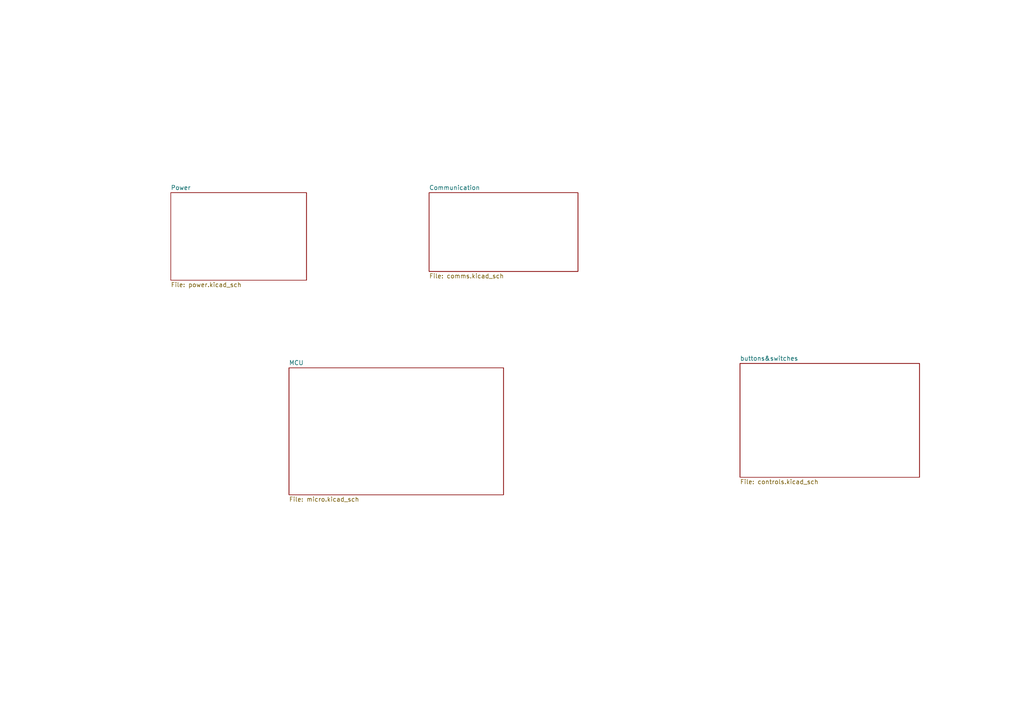
<source format=kicad_sch>
(kicad_sch
	(version 20250114)
	(generator "eeschema")
	(generator_version "9.0")
	(uuid "72483840-4eac-4adb-9948-eab3eb110bd4")
	(paper "A4")
	(lib_symbols)
	(sheet
		(at 49.53 55.88)
		(size 39.37 25.4)
		(exclude_from_sim no)
		(in_bom yes)
		(on_board yes)
		(dnp no)
		(fields_autoplaced yes)
		(stroke
			(width 0.1524)
			(type solid)
		)
		(fill
			(color 0 0 0 0.0000)
		)
		(uuid "00f97385-cf9c-478f-a5a3-24a03299d8ac")
		(property "Sheetname" "Power"
			(at 49.53 55.1684 0)
			(effects
				(font
					(size 1.27 1.27)
				)
				(justify left bottom)
			)
		)
		(property "Sheetfile" "power.kicad_sch"
			(at 49.53 81.8646 0)
			(effects
				(font
					(size 1.27 1.27)
				)
				(justify left top)
			)
		)
		(instances
			(project "ESP32-Controller"
				(path "/72483840-4eac-4adb-9948-eab3eb110bd4"
					(page "2")
				)
			)
		)
	)
	(sheet
		(at 124.46 55.88)
		(size 43.18 22.86)
		(exclude_from_sim no)
		(in_bom yes)
		(on_board yes)
		(dnp no)
		(fields_autoplaced yes)
		(stroke
			(width 0.1524)
			(type solid)
		)
		(fill
			(color 0 0 0 0.0000)
		)
		(uuid "8b3b8e05-ba6d-4cbb-9669-d7319321dc44")
		(property "Sheetname" "Communication"
			(at 124.46 55.1684 0)
			(effects
				(font
					(size 1.27 1.27)
				)
				(justify left bottom)
			)
		)
		(property "Sheetfile" "comms.kicad_sch"
			(at 124.46 79.3246 0)
			(effects
				(font
					(size 1.27 1.27)
				)
				(justify left top)
			)
		)
		(instances
			(project "ESP32-Controller"
				(path "/72483840-4eac-4adb-9948-eab3eb110bd4"
					(page "3")
				)
			)
		)
	)
	(sheet
		(at 83.82 106.68)
		(size 62.23 36.83)
		(exclude_from_sim no)
		(in_bom yes)
		(on_board yes)
		(dnp no)
		(fields_autoplaced yes)
		(stroke
			(width 0.1524)
			(type solid)
		)
		(fill
			(color 0 0 0 0.0000)
		)
		(uuid "ba82c86a-4297-4504-b2a0-2f6b76d479ae")
		(property "Sheetname" "MCU"
			(at 83.82 105.9684 0)
			(effects
				(font
					(size 1.27 1.27)
				)
				(justify left bottom)
			)
		)
		(property "Sheetfile" "micro.kicad_sch"
			(at 83.82 144.0946 0)
			(effects
				(font
					(size 1.27 1.27)
				)
				(justify left top)
			)
		)
		(instances
			(project "ESP32-Controller"
				(path "/72483840-4eac-4adb-9948-eab3eb110bd4"
					(page "4")
				)
			)
		)
	)
	(sheet
		(at 214.63 105.41)
		(size 52.07 33.02)
		(exclude_from_sim no)
		(in_bom yes)
		(on_board yes)
		(dnp no)
		(fields_autoplaced yes)
		(stroke
			(width 0.1524)
			(type solid)
		)
		(fill
			(color 0 0 0 0.0000)
		)
		(uuid "d82658ec-c3b3-4eef-a32b-6fd2aa865744")
		(property "Sheetname" "buttons&switches"
			(at 214.63 104.6984 0)
			(effects
				(font
					(size 1.27 1.27)
				)
				(justify left bottom)
			)
		)
		(property "Sheetfile" "controls.kicad_sch"
			(at 214.63 139.0146 0)
			(effects
				(font
					(size 1.27 1.27)
				)
				(justify left top)
			)
		)
		(instances
			(project "ESP32-Controller"
				(path "/72483840-4eac-4adb-9948-eab3eb110bd4"
					(page "5")
				)
			)
		)
	)
	(sheet_instances
		(path "/"
			(page "1")
		)
	)
	(embedded_fonts no)
)

</source>
